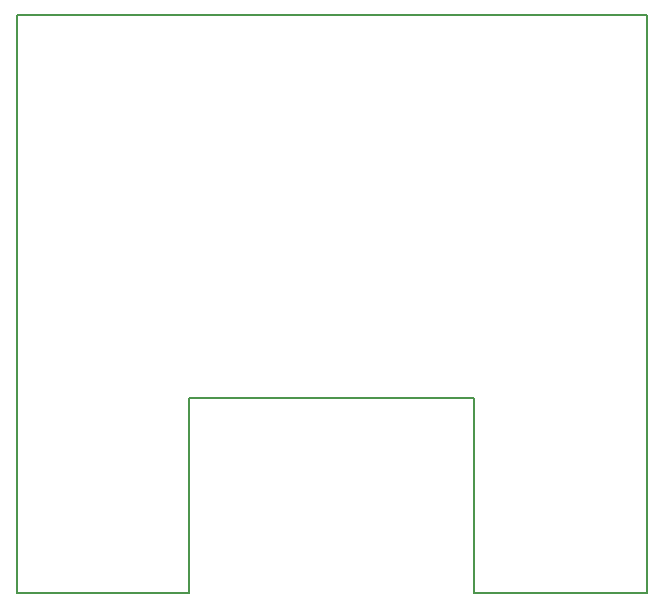
<source format=gbr>
G04 #@! TF.GenerationSoftware,KiCad,Pcbnew,5.1.10-88a1d61d58~88~ubuntu20.04.1*
G04 #@! TF.CreationDate,2021-06-15T20:39:54-04:00*
G04 #@! TF.ProjectId,oscope,6f73636f-7065-42e6-9b69-6361645f7063,rev?*
G04 #@! TF.SameCoordinates,PX3c8eee0PY31a8670*
G04 #@! TF.FileFunction,Profile,NP*
%FSLAX46Y46*%
G04 Gerber Fmt 4.6, Leading zero omitted, Abs format (unit mm)*
G04 Created by KiCad (PCBNEW 5.1.10-88a1d61d58~88~ubuntu20.04.1) date 2021-06-15 20:39:54*
%MOMM*%
%LPD*%
G01*
G04 APERTURE LIST*
G04 #@! TA.AperFunction,Profile*
%ADD10C,0.150000*%
G04 #@! TD*
G04 APERTURE END LIST*
D10*
X0Y0D02*
X53340000Y0D01*
X0Y-48895000D02*
X0Y0D01*
X14605000Y-48895000D02*
X0Y-48895000D01*
X14605000Y-32385000D02*
X14605000Y-48895000D01*
X38735000Y-32385000D02*
X14605000Y-32385000D01*
X38735000Y-48895000D02*
X38735000Y-32385000D01*
X53340000Y-48895000D02*
X38735000Y-48895000D01*
X53340000Y0D02*
X53340000Y-48895000D01*
M02*

</source>
